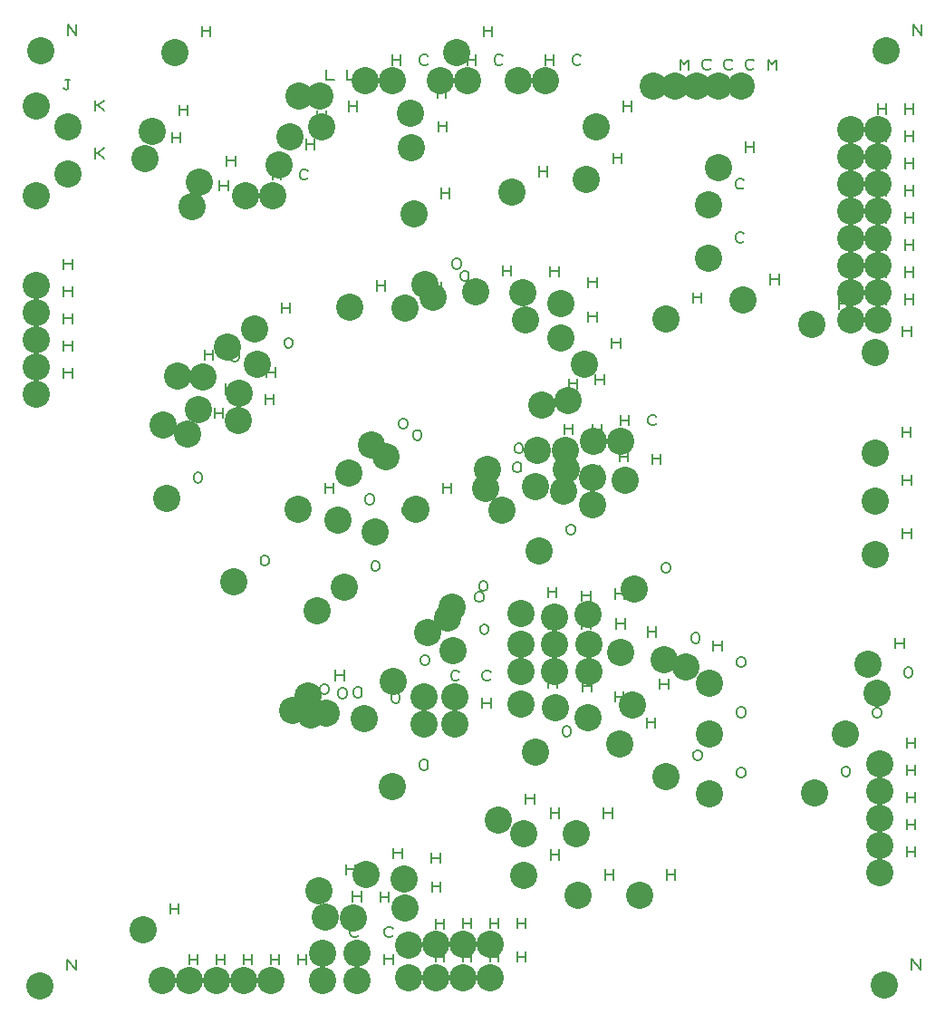
<source format=gbr>
%FSLAX35Y35*%
%MOMM*%
G04 EasyPC Gerber Version 18.0.9 Build 3640 *
%ADD111C,0.12700*%
%ADD110C,2.54000*%
X0Y0D02*
D02*
D110*
X239710Y7650940D03*
Y8485940D03*
X244100Y5793170D03*
Y6047170D03*
Y6301170D03*
Y6555170D03*
Y6809170D03*
X278970Y263120D03*
X282140Y8998540D03*
X539710Y7845940D03*
Y8290940D03*
X1236310Y786170D03*
X1257790Y7992240D03*
X1321290Y8249240D03*
X1416200Y313840D03*
X1423340Y5503130D03*
X1458210Y4815240D03*
X1537190Y8985840D03*
X1562820Y5962780D03*
X1651580Y5417540D03*
X1670200Y313840D03*
X1699130Y7544610D03*
X1759360Y5645780D03*
X1768870Y7776020D03*
X1800570Y5950100D03*
X1924200Y313840D03*
X2028810Y6235400D03*
X2082700Y4038590D03*
X2128230Y5550680D03*
X2139760Y5801110D03*
X2178200Y313840D03*
X2193450Y7646050D03*
X2279240Y6400240D03*
X2304600Y6073730D03*
X2432200Y313840D03*
X2447450Y7646050D03*
X2507480Y7931350D03*
X2615260Y8197630D03*
X2640620Y2837160D03*
X2688170Y4720140D03*
X2694490Y8579440D03*
X2783270Y2970300D03*
X2808630Y2799120D03*
X2868860Y3769140D03*
X2884710Y1153890D03*
X2894490Y8579440D03*
X2906900Y8286390D03*
X2919580Y316810D03*
Y570810D03*
X2944940Y903460D03*
X2951280Y2808630D03*
X3062230Y4612360D03*
X3116120Y3987870D03*
X3160500Y5056160D03*
X3166840Y6609460D03*
X3201710Y897120D03*
X3239750Y316810D03*
Y570810D03*
X3306320Y2757910D03*
X3315190Y8719140D03*
X3325340Y1306050D03*
X3376060Y5319270D03*
X3404590Y4507750D03*
X3509200Y5211490D03*
X3569190Y8719140D03*
X3569430Y2130250D03*
X3578940Y3109780D03*
X3680380Y1261670D03*
X3686720Y995390D03*
X3689890Y6596780D03*
X3717820Y339200D03*
Y646690D03*
X3734290Y8414340D03*
X3746990Y8096840D03*
X3772390Y7474540D03*
X3788160Y4720140D03*
X3861450Y2710160D03*
Y2964160D03*
X3876790Y6814140D03*
X3902280Y3569430D03*
X3950190Y6699840D03*
X3971820Y339200D03*
Y653030D03*
X4013690Y8719140D03*
X4086140Y3699400D03*
X4124180Y3800840D03*
X4133690Y3398250D03*
X4156260Y2710160D03*
Y2964160D03*
X4166090Y8985840D03*
X4225620Y653030D03*
X4225820Y339200D03*
X4267690Y8719140D03*
X4346080Y6748940D03*
X4441180Y4910340D03*
X4457030Y5087860D03*
X4479820Y339200D03*
Y653030D03*
X4561640Y1816420D03*
X4590170Y4707460D03*
X4686790Y7677740D03*
X4743940Y8719140D03*
X4767690Y3746950D03*
X4770860Y3198340D03*
Y3452340D03*
X4774030Y2897390D03*
X4789880Y6742600D03*
X4793050Y1293370D03*
Y1683420D03*
X4808900Y6485830D03*
X4904000Y2444080D03*
X4910340Y4926190D03*
X4923020Y5268550D03*
X4942040Y4330230D03*
X4964230Y5693740D03*
X4997940Y8719140D03*
X5087860Y3198340D03*
Y3452340D03*
Y3712080D03*
X5094200Y2865690D03*
X5144920Y6320990D03*
Y6641160D03*
X5170280Y4884980D03*
X5189300Y5265380D03*
X5192470Y5087860D03*
X5214660Y5731370D03*
X5290740Y1683280D03*
X5303420Y1106340D03*
X5366820Y6073730D03*
X5376330Y7801380D03*
X5395350Y2767420D03*
X5398520Y3731100D03*
X5408030Y3198340D03*
Y3452340D03*
X5439730Y4757980D03*
Y5011980D03*
X5449040Y5350970D03*
X5474190Y8287340D03*
X5693330Y2526500D03*
X5702840Y3376060D03*
X5703040Y5350970D03*
X5740880Y4989590D03*
X5813790Y2887880D03*
X5832810Y3972020D03*
X5877190Y1106340D03*
X6003990Y8674690D03*
X6108600Y3315830D03*
X6124450Y6498510D03*
X6127620Y2222180D03*
X6213990Y8674690D03*
X6314650Y3246090D03*
X6413990Y8674690D03*
X6521940Y7059440D03*
Y7559440D03*
X6533380Y2057340D03*
Y2621600D03*
Y3090760D03*
X6613990Y7906340D03*
Y8674690D03*
X6823990D03*
X6847210Y6669690D03*
X7484380Y6441450D03*
X7512910Y2070020D03*
X7804550Y2618430D03*
X7849090Y6483940D03*
Y6737940D03*
Y6991940D03*
Y7245940D03*
Y7499940D03*
Y7753940D03*
Y8007940D03*
Y8261940D03*
X8016940Y3268280D03*
X8080340Y5240020D03*
X8083510Y4295360D03*
Y4793050D03*
Y6184680D03*
X8096190Y2995660D03*
X8103090Y6483940D03*
Y6737940D03*
Y6991940D03*
Y7245940D03*
Y7499940D03*
Y7753940D03*
Y8007940D03*
Y8261940D03*
X8121550Y1321100D03*
Y1575100D03*
Y1829100D03*
Y2083100D03*
Y2337100D03*
X8169640Y269460D03*
X8181780Y8998540D03*
D02*
D111*
X493710Y7817630D02*
X501650Y7809690D01*
X517520Y7801750*
X533400Y7809690*
X541340Y7817630*
Y7897000*
X557210*
X541340D02*
X509590D01*
X493710Y8652630D02*
X501650Y8644690D01*
X517520Y8636750*
X533400Y8644690*
X541340Y8652630*
Y8732000*
X557210*
X541340D02*
X509590D01*
X498100Y5943980D02*
Y6039230D01*
Y5991610D02*
X577480D01*
Y5943980D02*
Y6039230D01*
X498100Y6197980D02*
Y6293230D01*
Y6245610D02*
X577480D01*
Y6197980D02*
Y6293230D01*
X498100Y6451980D02*
Y6547230D01*
Y6499610D02*
X577480D01*
Y6451980D02*
Y6547230D01*
X498100Y6705980D02*
Y6801230D01*
Y6753610D02*
X577480D01*
Y6705980D02*
Y6801230D01*
X498100Y6959980D02*
Y7055230D01*
Y7007610D02*
X577480D01*
Y6959980D02*
Y7055230D01*
X532970Y413930D02*
Y509180D01*
X612350Y413930*
Y509180*
X536140Y9149350D02*
Y9244600D01*
X615520Y9149350*
Y9244600*
X793710Y7996750D02*
Y8092000D01*
Y8044380D02*
X817520D01*
X873090Y8092000*
X817520Y8044380D02*
X873090Y7996750D01*
X793710Y8441750D02*
Y8537000D01*
Y8489380D02*
X817520D01*
X873090Y8537000*
X817520Y8489380D02*
X873090Y8441750D01*
X1490310Y936980D02*
Y1032230D01*
Y984610D02*
X1569690D01*
Y936980D02*
Y1032230D01*
X1511790Y8143050D02*
Y8238300D01*
Y8190680D02*
X1591170D01*
Y8143050D02*
Y8238300D01*
X1575290Y8400050D02*
Y8495300D01*
Y8447680D02*
X1654670D01*
Y8400050D02*
Y8495300D01*
X1670200Y464650D02*
Y559900D01*
Y512280D02*
X1749580D01*
Y464650D02*
Y559900D01*
X1677340Y5653940D02*
Y5749190D01*
Y5701570D02*
X1756720D01*
Y5653940D02*
Y5749190D01*
X1712210Y4997800D02*
Y5029550D01*
X1720150Y5045430*
X1728090Y5053370*
X1743960Y5061300*
X1759840*
X1775710Y5053370*
X1783650Y5045430*
X1791590Y5029550*
Y4997800*
X1783650Y4981930*
X1775710Y4973990*
X1759840Y4966050*
X1743960*
X1728090Y4973990*
X1720150Y4981930*
X1712210Y4997800*
X1791190Y9136650D02*
Y9231900D01*
Y9184280D02*
X1870570D01*
Y9136650D02*
Y9231900D01*
X1816820Y6113590D02*
Y6208840D01*
Y6161220D02*
X1896200D01*
Y6113590D02*
Y6208840D01*
X1905580Y5568350D02*
Y5663600D01*
Y5615980D02*
X1984960D01*
Y5568350D02*
Y5663600D01*
X1924200Y464650D02*
Y559900D01*
Y512280D02*
X2003580D01*
Y464650D02*
Y559900D01*
X1953130Y7695420D02*
Y7790670D01*
Y7743050D02*
X2032510D01*
Y7695420D02*
Y7790670D01*
X2013360Y5796590D02*
Y5891840D01*
Y5844220D02*
X2092740D01*
Y5796590D02*
Y5891840D01*
X2022870Y7926830D02*
Y8022080D01*
Y7974460D02*
X2102250D01*
Y7926830D02*
Y8022080D01*
X2054570Y6132660D02*
Y6164410D01*
X2062510Y6180290*
X2070450Y6188230*
X2086320Y6196160*
X2102200*
X2118070Y6188230*
X2126010Y6180290*
X2133950Y6164410*
Y6132660*
X2126010Y6116790*
X2118070Y6108850*
X2102200Y6100910*
X2086320*
X2070450Y6108850*
X2062510Y6116790*
X2054570Y6132660*
X2178200Y464650D02*
Y559900D01*
Y512280D02*
X2257580D01*
Y464650D02*
Y559900D01*
X2282810Y6386210D02*
Y6481460D01*
Y6433840D02*
X2362190D01*
Y6386210D02*
Y6481460D01*
X2336700Y4221150D02*
Y4252900D01*
X2344640Y4268780*
X2352580Y4276720*
X2368450Y4284650*
X2384330*
X2400200Y4276720*
X2408140Y4268780*
X2416080Y4252900*
Y4221150*
X2408140Y4205280*
X2400200Y4197340*
X2384330Y4189400*
X2368450*
X2352580Y4197340*
X2344640Y4205280*
X2336700Y4221150*
X2382230Y5701490D02*
Y5796740D01*
Y5749120D02*
X2461610D01*
Y5701490D02*
Y5796740D01*
X2393760Y5951920D02*
Y6047170D01*
Y5999550D02*
X2473140D01*
Y5951920D02*
Y6047170D01*
X2432200Y464650D02*
Y559900D01*
Y512280D02*
X2511580D01*
Y464650D02*
Y559900D01*
X2447450Y7796860D02*
Y7892110D01*
Y7844490D02*
X2526830D01*
Y7796860D02*
Y7892110D01*
X2533240Y6551050D02*
Y6646300D01*
Y6598680D02*
X2612620D01*
Y6551050D02*
Y6646300D01*
X2558600Y6256290D02*
Y6288040D01*
X2566540Y6303920*
X2574480Y6311860*
X2590350Y6319790*
X2606230*
X2622100Y6311860*
X2630040Y6303920*
X2637980Y6288040*
Y6256290*
X2630040Y6240420*
X2622100Y6232480*
X2606230Y6224540*
X2590350*
X2574480Y6232480*
X2566540Y6240420*
X2558600Y6256290*
X2686200Y464650D02*
Y559900D01*
Y512280D02*
X2765580D01*
Y464650D02*
Y559900D01*
X2780830Y7812740D02*
X2772890Y7804800D01*
X2757010Y7796860*
X2733200*
X2717330Y7804800*
X2709390Y7812740*
X2701450Y7828610*
Y7860360*
X2709390Y7876240*
X2717330Y7884180*
X2733200Y7892110*
X2757010*
X2772890Y7884180*
X2780830Y7876240*
X2761480Y8082160D02*
Y8177410D01*
Y8129790D02*
X2840860D01*
Y8082160D02*
Y8177410D01*
X2869260Y8348440D02*
Y8443690D01*
Y8396070D02*
X2948640D01*
Y8348440D02*
Y8443690D01*
X2894620Y3019720D02*
Y3051470D01*
X2902560Y3067350*
X2910500Y3075290*
X2926370Y3083220*
X2942250*
X2958120Y3075290*
X2966060Y3067350*
X2974000Y3051470*
Y3019720*
X2966060Y3003850*
X2958120Y2995910*
X2942250Y2987970*
X2926370*
X2910500Y2995910*
X2902560Y3003850*
X2894620Y3019720*
X2942170Y4870950D02*
Y4966200D01*
Y4918580D02*
X3021550D01*
Y4870950D02*
Y4966200D01*
X2948490Y8825500D02*
Y8730250D01*
X3027870*
X3037270Y3121110D02*
Y3216360D01*
Y3168740D02*
X3116650D01*
Y3121110D02*
Y3216360D01*
X3062630Y2981680D02*
Y3013430D01*
X3070570Y3029310*
X3078510Y3037250*
X3094380Y3045180*
X3110260*
X3126130Y3037250*
X3134070Y3029310*
X3142010Y3013430*
Y2981680*
X3134070Y2965810*
X3126130Y2957870*
X3110260Y2949930*
X3094380*
X3078510Y2957870*
X3070570Y2965810*
X3062630Y2981680*
X3122860Y3951700D02*
Y3983450D01*
X3130800Y3999330*
X3138740Y4007270*
X3154610Y4015200*
X3170490*
X3186360Y4007270*
X3194300Y3999330*
X3202240Y3983450*
Y3951700*
X3194300Y3935830*
X3186360Y3927890*
X3170490Y3919950*
X3154610*
X3138740Y3927890*
X3130800Y3935830*
X3122860Y3951700*
X3138710Y1304700D02*
Y1399950D01*
Y1352330D02*
X3218090D01*
Y1304700D02*
Y1399950D01*
X3148490Y8825500D02*
Y8730250D01*
X3227870*
X3160900Y8437200D02*
Y8532450D01*
Y8484830D02*
X3240280D01*
Y8437200D02*
Y8532450D01*
X3173580Y467620D02*
Y562870D01*
Y515250D02*
X3252960D01*
Y467620D02*
Y562870D01*
Y737500D02*
X3245020Y729560D01*
X3229140Y721620*
X3205330*
X3189460Y729560*
X3181520Y737500*
X3173580Y753370*
Y785120*
X3181520Y801000*
X3189460Y808940*
X3205330Y816870*
X3229140*
X3245020Y808940*
X3252960Y801000*
X3198940Y1054270D02*
Y1149520D01*
Y1101900D02*
X3278320D01*
Y1054270D02*
Y1149520D01*
X3205280Y2991190D02*
Y3022940D01*
X3213220Y3038820*
X3221160Y3046760*
X3237030Y3054690*
X3252910*
X3268780Y3046760*
X3276720Y3038820*
X3284660Y3022940*
Y2991190*
X3276720Y2975320*
X3268780Y2967380*
X3252910Y2959440*
X3237030*
X3221160Y2967380*
X3213220Y2975320*
X3205280Y2991190*
X3316230Y4794920D02*
Y4826670D01*
X3324170Y4842550*
X3332110Y4850490*
X3347980Y4858420*
X3363860*
X3379730Y4850490*
X3387670Y4842550*
X3395610Y4826670*
Y4794920*
X3387670Y4779050*
X3379730Y4771110*
X3363860Y4763170*
X3347980*
X3332110Y4771110*
X3324170Y4779050*
X3316230Y4794920*
X3370120Y4170430D02*
Y4202180D01*
X3378060Y4218060*
X3386000Y4226000*
X3401870Y4233930*
X3417750*
X3433620Y4226000*
X3441560Y4218060*
X3449500Y4202180*
Y4170430*
X3441560Y4154560*
X3433620Y4146620*
X3417750Y4138680*
X3401870*
X3386000Y4146620*
X3378060Y4154560*
X3370120Y4170430*
X3414500Y5238720D02*
Y5270470D01*
X3422440Y5286350*
X3430380Y5294290*
X3446250Y5302220*
X3462130*
X3478000Y5294290*
X3485940Y5286350*
X3493880Y5270470*
Y5238720*
X3485940Y5222850*
X3478000Y5214910*
X3462130Y5206970*
X3446250*
X3430380Y5214910*
X3422440Y5222850*
X3414500Y5238720*
X3420840Y6760270D02*
Y6855520D01*
Y6807900D02*
X3500220D01*
Y6760270D02*
Y6855520D01*
X3455710Y1047930D02*
Y1143180D01*
Y1095560D02*
X3535090D01*
Y1047930D02*
Y1143180D01*
X3493750Y467620D02*
Y562870D01*
Y515250D02*
X3573130D01*
Y467620D02*
Y562870D01*
Y737500D02*
X3565190Y729560D01*
X3549310Y721620*
X3525500*
X3509630Y729560*
X3501690Y737500*
X3493750Y753370*
Y785120*
X3501690Y801000*
X3509630Y808940*
X3525500Y816870*
X3549310*
X3565190Y808940*
X3573130Y801000*
X3560320Y2940470D02*
Y2972220D01*
X3568260Y2988100*
X3576200Y2996040*
X3592070Y3003970*
X3607950*
X3623820Y2996040*
X3631760Y2988100*
X3639700Y2972220*
Y2940470*
X3631760Y2924600*
X3623820Y2916660*
X3607950Y2908720*
X3592070*
X3576200Y2916660*
X3568260Y2924600*
X3560320Y2940470*
X3569190Y8869950D02*
Y8965200D01*
Y8917580D02*
X3648570D01*
Y8869950D02*
Y8965200D01*
X3579340Y1456860D02*
Y1552110D01*
Y1504490D02*
X3658720D01*
Y1456860D02*
Y1552110D01*
X3630060Y5501830D02*
Y5533580D01*
X3638000Y5549460*
X3645940Y5557400*
X3661810Y5565330*
X3677690*
X3693560Y5557400*
X3701500Y5549460*
X3709440Y5533580*
Y5501830*
X3701500Y5485960*
X3693560Y5478020*
X3677690Y5470080*
X3661810*
X3645940Y5478020*
X3638000Y5485960*
X3630060Y5501830*
X3658590Y4690310D02*
Y4722060D01*
X3666530Y4737940*
X3674470Y4745880*
X3690340Y4753810*
X3706220*
X3722090Y4745880*
X3730030Y4737940*
X3737970Y4722060*
Y4690310*
X3730030Y4674440*
X3722090Y4666500*
X3706220Y4658560*
X3690340*
X3674470Y4666500*
X3666530Y4674440*
X3658590Y4690310*
X3763200Y5394050D02*
Y5425800D01*
X3771140Y5441680*
X3779080Y5449620*
X3794950Y5457550*
X3810830*
X3826700Y5449620*
X3834640Y5441680*
X3842580Y5425800*
Y5394050*
X3834640Y5378180*
X3826700Y5370240*
X3810830Y5362300*
X3794950*
X3779080Y5370240*
X3771140Y5378180*
X3763200Y5394050*
X3902570Y8885830D02*
X3894630Y8877890D01*
X3878750Y8869950*
X3854940*
X3839070Y8877890*
X3831130Y8885830*
X3823190Y8901700*
Y8933450*
X3831130Y8949330*
X3839070Y8957270*
X3854940Y8965200*
X3878750*
X3894630Y8957270*
X3902570Y8949330*
X3823430Y2312810D02*
Y2344560D01*
X3831370Y2360440*
X3839310Y2368380*
X3855180Y2376310*
X3871060*
X3886930Y2368380*
X3894870Y2360440*
X3902810Y2344560*
Y2312810*
X3894870Y2296940*
X3886930Y2289000*
X3871060Y2281060*
X3855180*
X3839310Y2289000*
X3831370Y2296940*
X3823430Y2312810*
X3832940Y3292340D02*
Y3324090D01*
X3840880Y3339970*
X3848820Y3347910*
X3864690Y3355840*
X3880570*
X3896440Y3347910*
X3904380Y3339970*
X3912320Y3324090*
Y3292340*
X3904380Y3276470*
X3896440Y3268530*
X3880570Y3260590*
X3864690*
X3848820Y3268530*
X3840880Y3276470*
X3832940Y3292340*
X3934380Y1412480D02*
Y1507730D01*
Y1460110D02*
X4013760D01*
Y1412480D02*
Y1507730D01*
X3940720Y1146200D02*
Y1241450D01*
Y1193830D02*
X4020100D01*
Y1146200D02*
Y1241450D01*
X3943890Y6747590D02*
Y6842840D01*
Y6795220D02*
X4023270D01*
Y6747590D02*
Y6842840D01*
X3971820Y490010D02*
Y585260D01*
Y537640D02*
X4051200D01*
Y490010D02*
Y585260D01*
X3971820Y797500D02*
Y892750D01*
Y845130D02*
X4051200D01*
Y797500D02*
Y892750D01*
X3988290Y8565150D02*
Y8660400D01*
Y8612780D02*
X4067670D01*
Y8565150D02*
Y8660400D01*
X4000990Y8247650D02*
Y8342900D01*
Y8295280D02*
X4080370D01*
Y8247650D02*
Y8342900D01*
X4026390Y7625350D02*
Y7720600D01*
Y7672980D02*
X4105770D01*
Y7625350D02*
Y7720600D01*
X4042160Y4870950D02*
Y4966200D01*
Y4918580D02*
X4121540D01*
Y4870950D02*
Y4966200D01*
X4115450Y2860970D02*
Y2956220D01*
Y2908600D02*
X4194830D01*
Y2860970D02*
Y2956220D01*
Y3130850D02*
X4186890Y3122910D01*
X4171010Y3114970*
X4147200*
X4131330Y3122910*
X4123390Y3130850*
X4115450Y3146720*
Y3178470*
X4123390Y3194350*
X4131330Y3202290*
X4147200Y3210220*
X4171010*
X4186890Y3202290*
X4194830Y3194350*
X4130790Y6996700D02*
Y7028450D01*
X4138730Y7044330*
X4146670Y7052270*
X4162540Y7060200*
X4178420*
X4194290Y7052270*
X4202230Y7044330*
X4210170Y7028450*
Y6996700*
X4202230Y6980830*
X4194290Y6972890*
X4178420Y6964950*
X4162540*
X4146670Y6972890*
X4138730Y6980830*
X4130790Y6996700*
X4156280Y3751990D02*
Y3783740D01*
X4164220Y3799620*
X4172160Y3807560*
X4188030Y3815490*
X4203910*
X4219780Y3807560*
X4227720Y3799620*
X4235660Y3783740*
Y3751990*
X4227720Y3736120*
X4219780Y3728180*
X4203910Y3720240*
X4188030*
X4172160Y3728180*
X4164220Y3736120*
X4156280Y3751990*
X4204190Y6882400D02*
Y6914150D01*
X4212130Y6930030*
X4220070Y6937970*
X4235940Y6945900*
X4251820*
X4267690Y6937970*
X4275630Y6930030*
X4283570Y6914150*
Y6882400*
X4275630Y6866530*
X4267690Y6858590*
X4251820Y6850650*
X4235940*
X4220070Y6858590*
X4212130Y6866530*
X4204190Y6882400*
X4225820Y490010D02*
Y585260D01*
Y537640D02*
X4305200D01*
Y490010D02*
Y585260D01*
X4225820Y803840D02*
Y899090D01*
Y851470D02*
X4305200D01*
Y803840D02*
Y899090D01*
X4267690Y8869950D02*
Y8965200D01*
Y8917580D02*
X4347070D01*
Y8869950D02*
Y8965200D01*
X4340140Y3881960D02*
Y3913710D01*
X4348080Y3929590*
X4356020Y3937530*
X4371890Y3945460*
X4387770*
X4403640Y3937530*
X4411580Y3929590*
X4419520Y3913710*
Y3881960*
X4411580Y3866090*
X4403640Y3858150*
X4387770Y3850210*
X4371890*
X4356020Y3858150*
X4348080Y3866090*
X4340140Y3881960*
X4378180Y3983400D02*
Y4015150D01*
X4386120Y4031030*
X4394060Y4038970*
X4409930Y4046900*
X4425810*
X4441680Y4038970*
X4449620Y4031030*
X4457560Y4015150*
Y3983400*
X4449620Y3967530*
X4441680Y3959590*
X4425810Y3951650*
X4409930*
X4394060Y3959590*
X4386120Y3967530*
X4378180Y3983400*
X4387690Y3580810D02*
Y3612560D01*
X4395630Y3628440*
X4403570Y3636380*
X4419440Y3644310*
X4435320*
X4451190Y3636380*
X4459130Y3628440*
X4467070Y3612560*
Y3580810*
X4459130Y3564940*
X4451190Y3557000*
X4435320Y3549060*
X4419440*
X4403570Y3557000*
X4395630Y3564940*
X4387690Y3580810*
X4410260Y2860970D02*
Y2956220D01*
Y2908600D02*
X4489640D01*
Y2860970D02*
Y2956220D01*
Y3130850D02*
X4481700Y3122910D01*
X4465820Y3114970*
X4442010*
X4426140Y3122910*
X4418200Y3130850*
X4410260Y3146720*
Y3178470*
X4418200Y3194350*
X4426140Y3202290*
X4442010Y3210220*
X4465820*
X4481700Y3202290*
X4489640Y3194350*
X4420090Y9136650D02*
Y9231900D01*
Y9184280D02*
X4499470D01*
Y9136650D02*
Y9231900D01*
X4479620Y803840D02*
Y899090D01*
Y851470D02*
X4559000D01*
Y803840D02*
Y899090D01*
X4479820Y490010D02*
Y585260D01*
Y537640D02*
X4559200D01*
Y490010D02*
Y585260D01*
X4601070Y8885830D02*
X4593130Y8877890D01*
X4577250Y8869950*
X4553440*
X4537570Y8877890*
X4529630Y8885830*
X4521690Y8901700*
Y8933450*
X4529630Y8949330*
X4537570Y8957270*
X4553440Y8965200*
X4577250*
X4593130Y8957270*
X4601070Y8949330*
X4600080Y6899750D02*
Y6995000D01*
Y6947380D02*
X4679460D01*
Y6899750D02*
Y6995000D01*
X4695180Y5092900D02*
Y5124650D01*
X4703120Y5140530*
X4711060Y5148470*
X4726930Y5156400*
X4742810*
X4758680Y5148470*
X4766620Y5140530*
X4774560Y5124650*
Y5092900*
X4766620Y5077030*
X4758680Y5069090*
X4742810Y5061150*
X4726930*
X4711060Y5069090*
X4703120Y5077030*
X4695180Y5092900*
X4711030Y5270420D02*
Y5302170D01*
X4718970Y5318050*
X4726910Y5325990*
X4742780Y5333920*
X4758660*
X4774530Y5325990*
X4782470Y5318050*
X4790410Y5302170*
Y5270420*
X4782470Y5254550*
X4774530Y5246610*
X4758660Y5238670*
X4742780*
X4726910Y5246610*
X4718970Y5254550*
X4711030Y5270420*
X4733820Y490010D02*
Y585260D01*
Y537640D02*
X4813200D01*
Y490010D02*
Y585260D01*
X4733820Y803840D02*
Y899090D01*
Y851470D02*
X4813200D01*
Y803840D02*
Y899090D01*
X4815640Y1967230D02*
Y2062480D01*
Y2014860D02*
X4895020D01*
Y1967230D02*
Y2062480D01*
X4844170Y4858270D02*
Y4953520D01*
Y4905900D02*
X4923550D01*
Y4858270D02*
Y4953520D01*
X4940790Y7828550D02*
Y7923800D01*
Y7876180D02*
X5020170D01*
Y7828550D02*
Y7923800D01*
X4997940Y8869950D02*
Y8965200D01*
Y8917580D02*
X5077320D01*
Y8869950D02*
Y8965200D01*
X5021690Y3897760D02*
Y3993010D01*
Y3945390D02*
X5101070D01*
Y3897760D02*
Y3993010D01*
X5104240Y3365030D02*
X5096300Y3357090D01*
X5080420Y3349150*
X5056610*
X5040740Y3357090*
X5032800Y3365030*
X5024860Y3380900*
Y3412650*
X5032800Y3428530*
X5040740Y3436470*
X5056610Y3444400*
X5080420*
X5096300Y3436470*
X5104240Y3428530*
X5024860Y3603150D02*
Y3698400D01*
Y3650780D02*
X5104240D01*
Y3603150D02*
Y3698400D01*
X5028030Y3048200D02*
Y3143450D01*
Y3095830D02*
X5107410D01*
Y3048200D02*
Y3143450D01*
X5043880Y6893410D02*
Y6988660D01*
Y6941040D02*
X5123260D01*
Y6893410D02*
Y6988660D01*
X5047050Y1444180D02*
Y1539430D01*
Y1491810D02*
X5126430D01*
Y1444180D02*
Y1539430D01*
X5047050Y1834230D02*
Y1929480D01*
Y1881860D02*
X5126430D01*
Y1834230D02*
Y1929480D01*
X5062900Y6636640D02*
Y6731890D01*
Y6684270D02*
X5142280D01*
Y6636640D02*
Y6731890D01*
X5158000Y2626640D02*
Y2658390D01*
X5165940Y2674270*
X5173880Y2682210*
X5189750Y2690140*
X5205630*
X5221500Y2682210*
X5229440Y2674270*
X5237380Y2658390*
Y2626640*
X5229440Y2610770*
X5221500Y2602830*
X5205630Y2594890*
X5189750*
X5173880Y2602830*
X5165940Y2610770*
X5158000Y2626640*
X5164340Y5077000D02*
Y5172250D01*
Y5124630D02*
X5243720D01*
Y5077000D02*
Y5172250D01*
X5177020Y5419360D02*
Y5514610D01*
Y5466990D02*
X5256400D01*
Y5419360D02*
Y5514610D01*
X5196040Y4512790D02*
Y4544540D01*
X5203980Y4560420*
X5211920Y4568360*
X5227790Y4576290*
X5243670*
X5259540Y4568360*
X5267480Y4560420*
X5275420Y4544540*
Y4512790*
X5267480Y4496920*
X5259540Y4488980*
X5243670Y4481040*
X5227790*
X5211920Y4488980*
X5203980Y4496920*
X5196040Y4512790*
X5218230Y5844550D02*
Y5939800D01*
Y5892180D02*
X5297610D01*
Y5844550D02*
Y5939800D01*
X5331320Y8885830D02*
X5323380Y8877890D01*
X5307500Y8869950*
X5283690*
X5267820Y8877890*
X5259880Y8885830*
X5251940Y8901700*
Y8933450*
X5259880Y8949330*
X5267820Y8957270*
X5283690Y8965200*
X5307500*
X5323380Y8957270*
X5331320Y8949330*
X5421240Y3365030D02*
X5413300Y3357090D01*
X5397420Y3349150*
X5373610*
X5357740Y3357090*
X5349800Y3365030*
X5341860Y3380900*
Y3412650*
X5349800Y3428530*
X5357740Y3436470*
X5373610Y3444400*
X5397420*
X5413300Y3436470*
X5421240Y3428530*
X5341860Y3603150D02*
Y3698400D01*
Y3650780D02*
X5421240D01*
Y3603150D02*
Y3698400D01*
X5341860Y3862890D02*
Y3958140D01*
Y3910520D02*
X5421240D01*
Y3862890D02*
Y3958140D01*
X5348200Y3016500D02*
Y3111750D01*
Y3064130D02*
X5427580D01*
Y3016500D02*
Y3111750D01*
X5398920Y6471800D02*
Y6567050D01*
Y6519430D02*
X5478300D01*
Y6471800D02*
Y6567050D01*
X5398920Y6791970D02*
Y6887220D01*
Y6839600D02*
X5478300D01*
Y6791970D02*
Y6887220D01*
X5424280Y5035790D02*
Y5131040D01*
Y5083420D02*
X5503660D01*
Y5035790D02*
Y5131040D01*
X5443300Y5416190D02*
Y5511440D01*
Y5463820D02*
X5522680D01*
Y5416190D02*
Y5511440D01*
X5446470Y5270420D02*
Y5302170D01*
X5454410Y5318050*
X5462350Y5325990*
X5478220Y5333920*
X5494100*
X5509970Y5325990*
X5517910Y5318050*
X5525850Y5302170*
Y5270420*
X5517910Y5254550*
X5509970Y5246610*
X5494100Y5238670*
X5478220*
X5462350Y5246610*
X5454410Y5254550*
X5446470Y5270420*
X5468660Y5882180D02*
Y5977430D01*
Y5929810D02*
X5548040D01*
Y5882180D02*
Y5977430D01*
X5544740Y1834090D02*
Y1929340D01*
Y1881720D02*
X5624120D01*
Y1834090D02*
Y1929340D01*
X5557420Y1257150D02*
Y1352400D01*
Y1304780D02*
X5636800D01*
Y1257150D02*
Y1352400D01*
X5620820Y6224540D02*
Y6319790D01*
Y6272170D02*
X5700200D01*
Y6224540D02*
Y6319790D01*
X5630330Y7952190D02*
Y8047440D01*
Y7999820D02*
X5709710D01*
Y7952190D02*
Y8047440D01*
X5649350Y2918230D02*
Y3013480D01*
Y2965860D02*
X5728730D01*
Y2918230D02*
Y3013480D01*
X5652520Y3881910D02*
Y3977160D01*
Y3929540D02*
X5731900D01*
Y3881910D02*
Y3977160D01*
X5741410Y3365030D02*
X5733470Y3357090D01*
X5717590Y3349150*
X5693780*
X5677910Y3357090*
X5669970Y3365030*
X5662030Y3380900*
Y3412650*
X5669970Y3428530*
X5677910Y3436470*
X5693780Y3444400*
X5717590*
X5733470Y3436470*
X5741410Y3428530*
X5662030Y3603150D02*
Y3698400D01*
Y3650780D02*
X5741410D01*
Y3603150D02*
Y3698400D01*
X5773110Y4924670D02*
X5765170Y4916730D01*
X5749290Y4908790*
X5725480*
X5709610Y4916730*
X5701670Y4924670*
X5693730Y4940540*
Y4972290*
X5701670Y4988170*
X5709610Y4996110*
X5725480Y5004040*
X5749290*
X5765170Y4996110*
X5773110Y4988170*
X5693730Y5162790D02*
Y5258040D01*
Y5210420D02*
X5773110D01*
Y5162790D02*
Y5258040D01*
X5703040Y5501780D02*
Y5597030D01*
Y5549410D02*
X5782420D01*
Y5501780D02*
Y5597030D01*
X5728190Y8438150D02*
Y8533400D01*
Y8485780D02*
X5807570D01*
Y8438150D02*
Y8533400D01*
X5947330Y2677310D02*
Y2772560D01*
Y2724940D02*
X6026710D01*
Y2677310D02*
Y2772560D01*
X5956840Y3526870D02*
Y3622120D01*
Y3574500D02*
X6036220D01*
Y3526870D02*
Y3622120D01*
X6036420Y5517660D02*
X6028480Y5509720D01*
X6012600Y5501780*
X5988790*
X5972920Y5509720*
X5964980Y5517660*
X5957040Y5533530*
Y5565280*
X5964980Y5581160*
X5972920Y5589100*
X5988790Y5597030*
X6012600*
X6028480Y5589100*
X6036420Y5581160*
X5994880Y5140400D02*
Y5235650D01*
Y5188030D02*
X6074260D01*
Y5140400D02*
Y5235650D01*
X6067790Y3038690D02*
Y3133940D01*
Y3086320D02*
X6147170D01*
Y3038690D02*
Y3133940D01*
X6086810Y4154580D02*
Y4186330D01*
X6094750Y4202210*
X6102690Y4210150*
X6118560Y4218080*
X6134440*
X6150310Y4210150*
X6158250Y4202210*
X6166190Y4186330*
Y4154580*
X6158250Y4138710*
X6150310Y4130770*
X6134440Y4122830*
X6118560*
X6102690Y4130770*
X6094750Y4138710*
X6086810Y4154580*
X6131190Y1257150D02*
Y1352400D01*
Y1304780D02*
X6210570D01*
Y1257150D02*
Y1352400D01*
X6257990Y8825500D02*
Y8920750D01*
X6297680Y8873130*
X6337370Y8920750*
Y8825500*
X6362600Y3498390D02*
Y3530140D01*
X6370540Y3546020*
X6378480Y3553960*
X6394350Y3561890*
X6410230*
X6426100Y3553960*
X6434040Y3546020*
X6441980Y3530140*
Y3498390*
X6434040Y3482520*
X6426100Y3474580*
X6410230Y3466640*
X6394350*
X6378480Y3474580*
X6370540Y3482520*
X6362600Y3498390*
X6378450Y6649320D02*
Y6744570D01*
Y6696950D02*
X6457830D01*
Y6649320D02*
Y6744570D01*
X6381620Y2404740D02*
Y2436490D01*
X6389560Y2452370*
X6397500Y2460310*
X6413370Y2468240*
X6429250*
X6445120Y2460310*
X6453060Y2452370*
X6461000Y2436490*
Y2404740*
X6453060Y2388870*
X6445120Y2380930*
X6429250Y2372990*
X6413370*
X6397500Y2380930*
X6389560Y2388870*
X6381620Y2404740*
X6547370Y8841380D02*
X6539430Y8833440D01*
X6523550Y8825500*
X6499740*
X6483870Y8833440*
X6475930Y8841380*
X6467990Y8857250*
Y8889000*
X6475930Y8904880*
X6483870Y8912820*
X6499740Y8920750*
X6523550*
X6539430Y8912820*
X6547370Y8904880*
X6568650Y3396900D02*
Y3492150D01*
Y3444530D02*
X6648030D01*
Y3396900D02*
Y3492150D01*
X6747370Y8841380D02*
X6739430Y8833440D01*
X6723550Y8825500*
X6699740*
X6683870Y8833440*
X6675930Y8841380*
X6667990Y8857250*
Y8889000*
X6675930Y8904880*
X6683870Y8912820*
X6699740Y8920750*
X6723550*
X6739430Y8912820*
X6747370Y8904880*
X6855320Y7226130D02*
X6847380Y7218190D01*
X6831500Y7210250*
X6807690*
X6791820Y7218190*
X6783880Y7226130*
X6775940Y7242000*
Y7273750*
X6783880Y7289630*
X6791820Y7297570*
X6807690Y7305500*
X6831500*
X6847380Y7297570*
X6855320Y7289630*
Y7726130D02*
X6847380Y7718190D01*
X6831500Y7710250*
X6807690*
X6791820Y7718190*
X6783880Y7726130*
X6775940Y7742000*
Y7773750*
X6783880Y7789630*
X6791820Y7797570*
X6807690Y7805500*
X6831500*
X6847380Y7797570*
X6855320Y7789630*
X6787380Y2239900D02*
Y2271650D01*
X6795320Y2287530*
X6803260Y2295470*
X6819130Y2303400*
X6835010*
X6850880Y2295470*
X6858820Y2287530*
X6866760Y2271650*
Y2239900*
X6858820Y2224030*
X6850880Y2216090*
X6835010Y2208150*
X6819130*
X6803260Y2216090*
X6795320Y2224030*
X6787380Y2239900*
Y2804160D02*
Y2835910D01*
X6795320Y2851790*
X6803260Y2859730*
X6819130Y2867660*
X6835010*
X6850880Y2859730*
X6858820Y2851790*
X6866760Y2835910*
Y2804160*
X6858820Y2788290*
X6850880Y2780350*
X6835010Y2772410*
X6819130*
X6803260Y2780350*
X6795320Y2788290*
X6787380Y2804160*
Y3273320D02*
Y3305070D01*
X6795320Y3320950*
X6803260Y3328890*
X6819130Y3336820*
X6835010*
X6850880Y3328890*
X6858820Y3320950*
X6866760Y3305070*
Y3273320*
X6858820Y3257450*
X6850880Y3249510*
X6835010Y3241570*
X6819130*
X6803260Y3249510*
X6795320Y3257450*
X6787380Y3273320*
X6867990Y8057150D02*
Y8152400D01*
Y8104780D02*
X6947370D01*
Y8057150D02*
Y8152400D01*
Y8841380D02*
X6939430Y8833440D01*
X6923550Y8825500*
X6899740*
X6883870Y8833440*
X6875930Y8841380*
X6867990Y8857250*
Y8889000*
X6875930Y8904880*
X6883870Y8912820*
X6899740Y8920750*
X6923550*
X6939430Y8912820*
X6947370Y8904880*
X7077990Y8825500D02*
Y8920750D01*
X7117680Y8873130*
X7157370Y8920750*
Y8825500*
X7101210Y6820500D02*
Y6915750D01*
Y6868130D02*
X7180590D01*
Y6820500D02*
Y6915750D01*
X7738380Y6592260D02*
Y6687510D01*
Y6639890D02*
X7817760D01*
Y6592260D02*
Y6687510D01*
X7766910Y2252580D02*
Y2284330D01*
X7774850Y2300210*
X7782790Y2308150*
X7798660Y2316080*
X7814540*
X7830410Y2308150*
X7838350Y2300210*
X7846290Y2284330*
Y2252580*
X7838350Y2236710*
X7830410Y2228770*
X7814540Y2220830*
X7798660*
X7782790Y2228770*
X7774850Y2236710*
X7766910Y2252580*
X8058550Y2800990D02*
Y2832740D01*
X8066490Y2848620*
X8074430Y2856560*
X8090300Y2864490*
X8106180*
X8122050Y2856560*
X8129990Y2848620*
X8137930Y2832740*
Y2800990*
X8129990Y2785120*
X8122050Y2777180*
X8106180Y2769240*
X8090300*
X8074430Y2777180*
X8066490Y2785120*
X8058550Y2800990*
X8103090Y6634750D02*
Y6730000D01*
Y6682380D02*
X8182470D01*
Y6634750D02*
Y6730000D01*
X8103090Y6888750D02*
Y6984000D01*
Y6936380D02*
X8182470D01*
Y6888750D02*
Y6984000D01*
X8103090Y7142750D02*
Y7238000D01*
Y7190380D02*
X8182470D01*
Y7142750D02*
Y7238000D01*
X8103090Y7396750D02*
Y7492000D01*
Y7444380D02*
X8182470D01*
Y7396750D02*
Y7492000D01*
X8103090Y7650750D02*
Y7746000D01*
Y7698380D02*
X8182470D01*
Y7650750D02*
Y7746000D01*
X8103090Y7904750D02*
Y8000000D01*
Y7952380D02*
X8182470D01*
Y7904750D02*
Y8000000D01*
X8103090Y8158750D02*
Y8254000D01*
Y8206380D02*
X8182470D01*
Y8158750D02*
Y8254000D01*
X8103090Y8412750D02*
Y8508000D01*
Y8460380D02*
X8182470D01*
Y8412750D02*
Y8508000D01*
X8270940Y3419090D02*
Y3514340D01*
Y3466720D02*
X8350320D01*
Y3419090D02*
Y3514340D01*
X8334340Y5390830D02*
Y5486080D01*
Y5438460D02*
X8413720D01*
Y5390830D02*
Y5486080D01*
X8337510Y4446170D02*
Y4541420D01*
Y4493800D02*
X8416890D01*
Y4446170D02*
Y4541420D01*
X8337510Y4943860D02*
Y5039110D01*
Y4991490D02*
X8416890D01*
Y4943860D02*
Y5039110D01*
X8337510Y6335490D02*
Y6430740D01*
Y6383120D02*
X8416890D01*
Y6335490D02*
Y6430740D01*
X8350190Y3178220D02*
Y3209970D01*
X8358130Y3225850*
X8366070Y3233790*
X8381940Y3241720*
X8397820*
X8413690Y3233790*
X8421630Y3225850*
X8429570Y3209970*
Y3178220*
X8421630Y3162350*
X8413690Y3154410*
X8397820Y3146470*
X8381940*
X8366070Y3154410*
X8358130Y3162350*
X8350190Y3178220*
X8357090Y6634750D02*
Y6730000D01*
Y6682380D02*
X8436470D01*
Y6634750D02*
Y6730000D01*
X8357090Y6888750D02*
Y6984000D01*
Y6936380D02*
X8436470D01*
Y6888750D02*
Y6984000D01*
X8357090Y7142750D02*
Y7238000D01*
Y7190380D02*
X8436470D01*
Y7142750D02*
Y7238000D01*
X8357090Y7396750D02*
Y7492000D01*
Y7444380D02*
X8436470D01*
Y7396750D02*
Y7492000D01*
X8357090Y7650750D02*
Y7746000D01*
Y7698380D02*
X8436470D01*
Y7650750D02*
Y7746000D01*
X8357090Y7904750D02*
Y8000000D01*
Y7952380D02*
X8436470D01*
Y7904750D02*
Y8000000D01*
X8357090Y8158750D02*
Y8254000D01*
Y8206380D02*
X8436470D01*
Y8158750D02*
Y8254000D01*
X8357090Y8412750D02*
Y8508000D01*
Y8460380D02*
X8436470D01*
Y8412750D02*
Y8508000D01*
X8375550Y1471910D02*
Y1567160D01*
Y1519540D02*
X8454930D01*
Y1471910D02*
Y1567160D01*
X8375550Y1725910D02*
Y1821160D01*
Y1773540D02*
X8454930D01*
Y1725910D02*
Y1821160D01*
X8375550Y1979910D02*
Y2075160D01*
Y2027540D02*
X8454930D01*
Y1979910D02*
Y2075160D01*
X8375550Y2233910D02*
Y2329160D01*
Y2281540D02*
X8454930D01*
Y2233910D02*
Y2329160D01*
X8375550Y2487910D02*
Y2583160D01*
Y2535540D02*
X8454930D01*
Y2487910D02*
Y2583160D01*
X8423640Y420270D02*
Y515520D01*
X8503020Y420270*
Y515520*
X8435780Y9149350D02*
Y9244600D01*
X8515160Y9149350*
Y9244600*
X0Y0D02*
M02*

</source>
